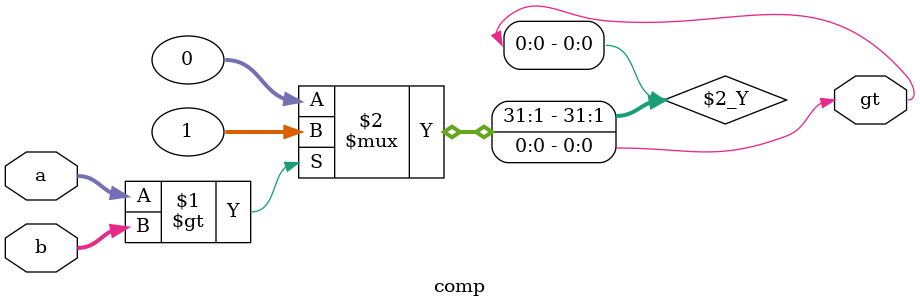
<source format=v>
`timescale 1ns / 1ps
module comp(
    input [3:0] a,
    input [3:0] b,
    output gt
    );
    
    assign gt = (a>b) ? 1 : 0;
endmodule
</source>
